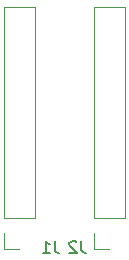
<source format=gbr>
%TF.GenerationSoftware,KiCad,Pcbnew,(5.1.9)-1*%
%TF.CreationDate,2021-02-03T20:35:15-05:00*%
%TF.ProjectId,NerdConsole_BreadBoard_Bridge8,4e657264-436f-46e7-936f-6c655f427265,rev?*%
%TF.SameCoordinates,Original*%
%TF.FileFunction,Legend,Bot*%
%TF.FilePolarity,Positive*%
%FSLAX46Y46*%
G04 Gerber Fmt 4.6, Leading zero omitted, Abs format (unit mm)*
G04 Created by KiCad (PCBNEW (5.1.9)-1) date 2021-02-03 20:35:15*
%MOMM*%
%LPD*%
G01*
G04 APERTURE LIST*
%ADD10C,0.120000*%
%ADD11C,0.150000*%
G04 APERTURE END LIST*
D10*
%TO.C,J1*%
X159470000Y-66380000D02*
X160800000Y-66380000D01*
X159470000Y-65050000D02*
X159470000Y-66380000D01*
X159470000Y-63780000D02*
X162130000Y-63780000D01*
X162130000Y-63780000D02*
X162130000Y-45940000D01*
X159470000Y-63780000D02*
X159470000Y-45940000D01*
X159470000Y-45940000D02*
X162130000Y-45940000D01*
%TO.C,J2*%
X167070000Y-45940000D02*
X169730000Y-45940000D01*
X167070000Y-63780000D02*
X167070000Y-45940000D01*
X169730000Y-63780000D02*
X169730000Y-45940000D01*
X167070000Y-63780000D02*
X169730000Y-63780000D01*
X167070000Y-65050000D02*
X167070000Y-66380000D01*
X167070000Y-66380000D02*
X168400000Y-66380000D01*
%TO.C,J1*%
D11*
X163783333Y-65752380D02*
X163783333Y-66466666D01*
X163830952Y-66609523D01*
X163926190Y-66704761D01*
X164069047Y-66752380D01*
X164164285Y-66752380D01*
X162783333Y-66752380D02*
X163354761Y-66752380D01*
X163069047Y-66752380D02*
X163069047Y-65752380D01*
X163164285Y-65895238D01*
X163259523Y-65990476D01*
X163354761Y-66038095D01*
%TO.C,J2*%
X166033333Y-65752380D02*
X166033333Y-66466666D01*
X166080952Y-66609523D01*
X166176190Y-66704761D01*
X166319047Y-66752380D01*
X166414285Y-66752380D01*
X165604761Y-65847619D02*
X165557142Y-65800000D01*
X165461904Y-65752380D01*
X165223809Y-65752380D01*
X165128571Y-65800000D01*
X165080952Y-65847619D01*
X165033333Y-65942857D01*
X165033333Y-66038095D01*
X165080952Y-66180952D01*
X165652380Y-66752380D01*
X165033333Y-66752380D01*
%TD*%
M02*

</source>
